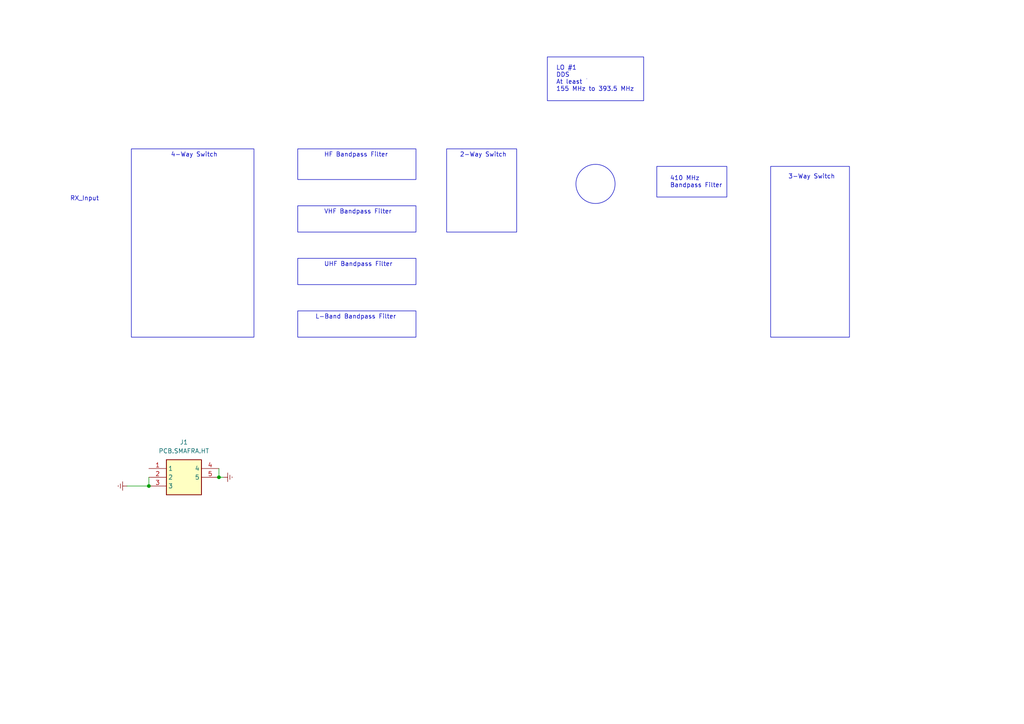
<source format=kicad_sch>
(kicad_sch (version 20230121) (generator eeschema)
  (paper "A4")
  (lib_symbols
    (symbol "SamacSys_Parts:PCB.SMAFRA.HT"
      (property "Reference" "J" (at 16.51 7.62 0))
      (property "Value" "PCB.SMAFRA.HT" (at 16.51 5.08 0))
      (symbol "PCB.SMAFRA.HT_1_1"
        (rectangle (start 5.08 2.54) (end 15.24 -7.62) (stroke (width 0.254)) (fill (type background)))
        (pin passive line (at 0 0 0) (length 5.08) (name "1") (number "1"))
        (pin passive line (at 0 -2.54 0) (length 5.08) (name "2") (number "2"))
        (pin passive line (at 0 -5.08 0) (length 5.08) (name "3") (number "3"))
        (pin passive line (at 20.32 0 180) (length 5.08) (name "4") (number "4"))
        (pin passive line (at 20.32 -2.54 180) (length 5.08) (name "5") (number "5"))
      )
    )
    (symbol "power:Earth" (power) (pin_names (offset 0))
      (symbol "Earth_0_1"
        (polyline (pts (xy -0.635 -1.905) (xy 0.635 -1.905)))
        (polyline (pts (xy -0.127 -2.54) (xy 0.127 -2.54)))
        (polyline (pts (xy 0 -1.27) (xy 0 0)))
        (polyline (pts (xy 1.27 -1.27) (xy -1.27 -1.27)))
      )
      (symbol "Earth_1_1"
        (pin power_in line (at 0 0 270) (length 0) hide (name "Earth") (number "1"))
      )
    )
  )
  (junction (at 63.5 138.43))
  (junction (at 43.18 140.97))
  (wire (pts (xy 63.5 135.89) (xy 63.5 138.43)))
  (wire (pts (xy 43.18 138.43) (xy 43.18 140.97)))
  (wire (pts (xy 63.5 138.43) (xy 64.77 138.43)))
  (wire (pts (xy 36.83 140.97) (xy 43.18 140.97)))
  (rectangle (start 86.36 74.93) (end 120.65 82.55))
  (rectangle (start 38.1 43.18) (end 73.66 97.79))
  (rectangle (start 223.52 48.26) (end 246.38 97.79))
  (rectangle (start 158.75 16.51) (end 186.69 29.21))
  (rectangle (start 190.5 48.26) (end 210.82 57.15))
  (rectangle (start 86.36 43.18) (end 120.65 52.07))
  (circle (center 172.72 53.34) (radius 5.6796))
  (rectangle (start 86.36 90.17) (end 120.65 97.79))
  (rectangle (start 86.36 59.69) (end 120.65 67.31))
  (rectangle (start 129.54 43.18) (end 149.86 67.31))
  (rectangle (start 170.18 22.86) (end 170.18 22.86))
  (text "RX_Input" (at 20.32 58.42 0) (effects (font (size 1.27 1.27)) (justify left bottom)))
  (text "3-Way Switch" (at 228.6 52.07 0) (effects (font (size 1.27 1.27)) (justify left bottom)))
  (text "410 MHz\nBandpass Filter" (at 194.31 54.61 0) (effects (font (size 1.27 1.27)) (justify left bottom)))
  (text "2-Way Switch" (at 133.35 45.72 0) (effects (font (size 1.27 1.27)) (justify left bottom)))
  (text "UHF Bandpass Filter" (at 93.98 77.47 0) (effects (font (size 1.27 1.27)) (justify left bottom)))
  (text "L-Band Bandpass Filter" (at 91.44 92.71 0) (effects (font (size 1.27 1.27)) (justify left bottom)))
  (text "VHF Bandpass Filter" (at 93.98 62.23 0) (effects (font (size 1.27 1.27)) (justify left bottom)))
  (text "4-Way Switch" (at 49.53 45.72 0) (effects (font (size 1.27 1.27)) (justify left bottom)))
  (text "HF Bandpass Filter" (at 93.98 45.72 0) (effects (font (size 1.27 1.27)) (justify left bottom)))
  (text "LO #1\nDDS\nAt least\n155 MHz to 393.5 MHz" (at 161.29 26.67 0) (effects (font (size 1.27 1.27)) (justify left bottom)))
  (symbol (lib_id "power:Earth") (at 64.77 138.43 90) (unit 1)
    (property "Reference" "#PWR02" (effects hide))
    (property "Value" "Earth" (effects hide))
  )
  (symbol (lib_id "SamacSys_Parts:PCB.SMAFRA.HT") (at 43.18 135.89 0) (unit 1)
    (property "Reference" "J1" (at 53.34 128.27 0))
    (property "Value" "PCB.SMAFRA.HT" (at 53.34 130.81 0))
    (property "Footprint" "SamacSys_Parts:PCBSMAFRAHT" (effects hide))
    (property "Datasheet" "https://www.mouser.com/datasheet/2/398/PCB_SMAFRA_HT-3137267.pdf" (effects hide))
    (property "Height" "9" (effects hide))
    (property "Mouser Part Number" "960-PCB.SMAFRA.HT" (effects hide))
    (property "Mouser Price/Stock" "https://www.mouser.co.uk/ProductDetail/Taoglas/PCB.SMAFRA.HT?qs=RuW%2Fu%252BNMQmubIFYcN8w5Dw%3D%3D" (effects hide))
    (property "Manufacturer_Name" "Taoglas" (effects hide))
    (property "Manufacturer_Part_Number" "PCB.SMAFRA.HT" (effects hide))
  )
  (symbol (lib_id "power:Earth") (at 36.83 140.97 270) (unit 1)
    (property "Reference" "#PWR01" (effects hide))
    (property "Value" "Earth" (effects hide))
  )
)
</source>
